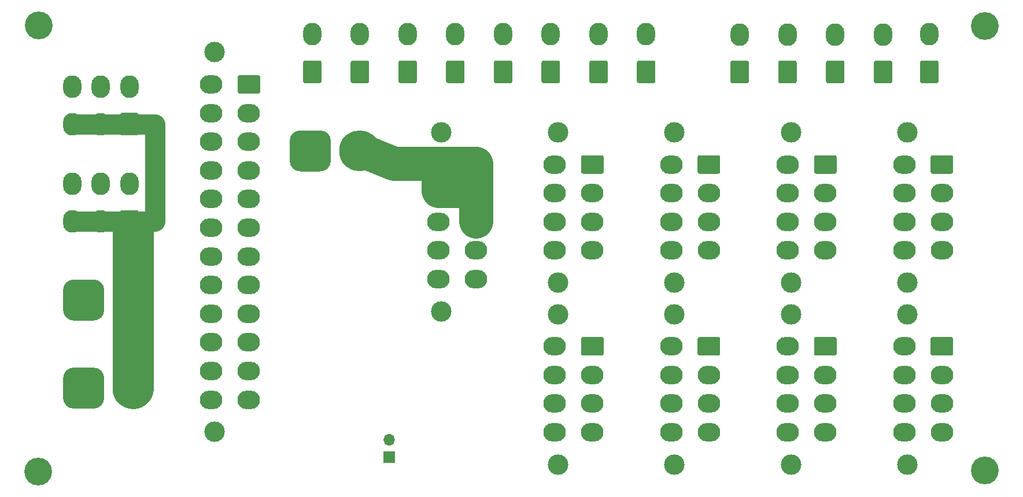
<source format=gbr>
%TF.GenerationSoftware,KiCad,Pcbnew,(5.1.12-1-10_14)*%
%TF.CreationDate,2021-11-27T15:53:19+11:00*%
%TF.ProjectId,ATX_PSU_Board,4154585f-5053-4555-9f42-6f6172642e6b,rev?*%
%TF.SameCoordinates,Original*%
%TF.FileFunction,Soldermask,Bot*%
%TF.FilePolarity,Negative*%
%FSLAX46Y46*%
G04 Gerber Fmt 4.6, Leading zero omitted, Abs format (unit mm)*
G04 Created by KiCad (PCBNEW (5.1.12-1-10_14)) date 2021-11-27 15:53:19*
%MOMM*%
%LPD*%
G01*
G04 APERTURE LIST*
%ADD10C,6.000000*%
%ADD11C,3.000000*%
%ADD12C,5.000000*%
%ADD13O,2.700000X3.300000*%
%ADD14C,6.000000*%
%ADD15C,3.000000*%
%ADD16O,3.300000X2.700000*%
%ADD17O,1.700000X1.700000*%
%ADD18R,1.700000X1.700000*%
%ADD19C,4.064000*%
G04 APERTURE END LIST*
D10*
X52250000Y-96500000D02*
X52250000Y-109500000D01*
X52250000Y-96500000D02*
X52250000Y-86500000D01*
D11*
X55500000Y-70750000D02*
X55500000Y-85000000D01*
X43500000Y-70750000D02*
X55500000Y-70750000D01*
X43500000Y-85000000D02*
X55500000Y-85000000D01*
D12*
X102500000Y-80500000D02*
X102500000Y-85000000D01*
X97000000Y-80500000D02*
X97000000Y-76500000D01*
X102500000Y-80500000D02*
X97000000Y-80500000D01*
X102500000Y-76500000D02*
X102500000Y-80500000D01*
X97000000Y-76500000D02*
X102500000Y-76500000D01*
X90500000Y-76500000D02*
X97000000Y-76500000D01*
X85500000Y-74500000D02*
X90500000Y-76500000D01*
D13*
%TO.C,J25*%
X43350000Y-79500000D03*
X47550000Y-79500000D03*
X51750000Y-79500000D03*
X43350000Y-85000000D03*
X47550000Y-85000000D03*
G36*
G01*
X53100000Y-83600001D02*
X53100000Y-86399999D01*
G75*
G02*
X52849999Y-86650000I-250001J0D01*
G01*
X50650001Y-86650000D01*
G75*
G02*
X50400000Y-86399999I0J250001D01*
G01*
X50400000Y-83600001D01*
G75*
G02*
X50650001Y-83350000I250001J0D01*
G01*
X52849999Y-83350000D01*
G75*
G02*
X53100000Y-83600001I0J-250001D01*
G01*
G37*
%TD*%
%TO.C,J26*%
X43350000Y-65250000D03*
X47550000Y-65250000D03*
X51750000Y-65250000D03*
X43350000Y-70750000D03*
X47550000Y-70750000D03*
G36*
G01*
X53100000Y-69350001D02*
X53100000Y-72149999D01*
G75*
G02*
X52849999Y-72400000I-250001J0D01*
G01*
X50650001Y-72400000D01*
G75*
G02*
X50400000Y-72149999I0J250001D01*
G01*
X50400000Y-69350001D01*
G75*
G02*
X50650001Y-69100000I250001J0D01*
G01*
X52849999Y-69100000D01*
G75*
G02*
X53100000Y-69350001I0J-250001D01*
G01*
G37*
%TD*%
%TO.C,J30*%
G36*
G01*
X42055200Y-110926800D02*
X42055200Y-107926800D01*
G75*
G02*
X43555200Y-106426800I1500000J0D01*
G01*
X46555200Y-106426800D01*
G75*
G02*
X48055200Y-107926800I0J-1500000D01*
G01*
X48055200Y-110926800D01*
G75*
G02*
X46555200Y-112426800I-1500000J0D01*
G01*
X43555200Y-112426800D01*
G75*
G02*
X42055200Y-110926800I0J1500000D01*
G01*
G37*
D14*
X52255200Y-109426800D03*
%TD*%
%TO.C,J29*%
G36*
G01*
X42055200Y-98026400D02*
X42055200Y-95026400D01*
G75*
G02*
X43555200Y-93526400I1500000J0D01*
G01*
X46555200Y-93526400D01*
G75*
G02*
X48055200Y-95026400I0J-1500000D01*
G01*
X48055200Y-98026400D01*
G75*
G02*
X46555200Y-99526400I-1500000J0D01*
G01*
X43555200Y-99526400D01*
G75*
G02*
X42055200Y-98026400I0J1500000D01*
G01*
G37*
X52255200Y-96526400D03*
%TD*%
D13*
%TO.C,J20*%
X168867600Y-57593600D03*
G36*
G01*
X170217600Y-61693601D02*
X170217600Y-64493599D01*
G75*
G02*
X169967599Y-64743600I-250001J0D01*
G01*
X167767601Y-64743600D01*
G75*
G02*
X167517600Y-64493599I0J250001D01*
G01*
X167517600Y-61693601D01*
G75*
G02*
X167767601Y-61443600I250001J0D01*
G01*
X169967599Y-61443600D01*
G75*
G02*
X170217600Y-61693601I0J-250001D01*
G01*
G37*
%TD*%
D15*
%TO.C,J11*%
X165656400Y-120601800D03*
X165656400Y-98601800D03*
D16*
X165196400Y-115901800D03*
X165196400Y-111701800D03*
X165196400Y-107501800D03*
X165196400Y-103301800D03*
X170696400Y-115901800D03*
X170696400Y-111701800D03*
X170696400Y-107501800D03*
G36*
G01*
X169296401Y-101951800D02*
X172096399Y-101951800D01*
G75*
G02*
X172346400Y-102201801I0J-250001D01*
G01*
X172346400Y-104401799D01*
G75*
G02*
X172096399Y-104651800I-250001J0D01*
G01*
X169296401Y-104651800D01*
G75*
G02*
X169046400Y-104401799I0J250001D01*
G01*
X169046400Y-102201801D01*
G75*
G02*
X169296401Y-101951800I250001J0D01*
G01*
G37*
%TD*%
D13*
%TO.C,J24*%
X141083632Y-57607200D03*
G36*
G01*
X142433632Y-61707201D02*
X142433632Y-64507199D01*
G75*
G02*
X142183631Y-64757200I-250001J0D01*
G01*
X139983633Y-64757200D01*
G75*
G02*
X139733632Y-64507199I0J250001D01*
G01*
X139733632Y-61707201D01*
G75*
G02*
X139983633Y-61457200I250001J0D01*
G01*
X142183631Y-61457200D01*
G75*
G02*
X142433632Y-61707201I0J-250001D01*
G01*
G37*
%TD*%
%TO.C,J23*%
X148086774Y-57607200D03*
G36*
G01*
X149436774Y-61707201D02*
X149436774Y-64507199D01*
G75*
G02*
X149186773Y-64757200I-250001J0D01*
G01*
X146986775Y-64757200D01*
G75*
G02*
X146736774Y-64507199I0J250001D01*
G01*
X146736774Y-61707201D01*
G75*
G02*
X146986775Y-61457200I250001J0D01*
G01*
X149186773Y-61457200D01*
G75*
G02*
X149436774Y-61707201I0J-250001D01*
G01*
G37*
%TD*%
%TO.C,J22*%
X155089916Y-57607200D03*
G36*
G01*
X156439916Y-61707201D02*
X156439916Y-64507199D01*
G75*
G02*
X156189915Y-64757200I-250001J0D01*
G01*
X153989917Y-64757200D01*
G75*
G02*
X153739916Y-64507199I0J250001D01*
G01*
X153739916Y-61707201D01*
G75*
G02*
X153989917Y-61457200I250001J0D01*
G01*
X156189915Y-61457200D01*
G75*
G02*
X156439916Y-61707201I0J-250001D01*
G01*
G37*
%TD*%
%TO.C,J21*%
X162093058Y-57607200D03*
G36*
G01*
X163443058Y-61707201D02*
X163443058Y-64507199D01*
G75*
G02*
X163193057Y-64757200I-250001J0D01*
G01*
X160993059Y-64757200D01*
G75*
G02*
X160743058Y-64507199I0J250001D01*
G01*
X160743058Y-61707201D01*
G75*
G02*
X160993059Y-61457200I250001J0D01*
G01*
X163193057Y-61457200D01*
G75*
G02*
X163443058Y-61707201I0J-250001D01*
G01*
G37*
%TD*%
%TO.C,J19*%
X127414800Y-57593600D03*
G36*
G01*
X128764800Y-61693601D02*
X128764800Y-64493599D01*
G75*
G02*
X128514799Y-64743600I-250001J0D01*
G01*
X126314801Y-64743600D01*
G75*
G02*
X126064800Y-64493599I0J250001D01*
G01*
X126064800Y-61693601D01*
G75*
G02*
X126314801Y-61443600I250001J0D01*
G01*
X128514799Y-61443600D01*
G75*
G02*
X128764800Y-61693601I0J-250001D01*
G01*
G37*
%TD*%
%TO.C,J18*%
X120429800Y-57593600D03*
G36*
G01*
X121779800Y-61693601D02*
X121779800Y-64493599D01*
G75*
G02*
X121529799Y-64743600I-250001J0D01*
G01*
X119329801Y-64743600D01*
G75*
G02*
X119079800Y-64493599I0J250001D01*
G01*
X119079800Y-61693601D01*
G75*
G02*
X119329801Y-61443600I250001J0D01*
G01*
X121529799Y-61443600D01*
G75*
G02*
X121779800Y-61693601I0J-250001D01*
G01*
G37*
%TD*%
%TO.C,J17*%
X113444800Y-57593600D03*
G36*
G01*
X114794800Y-61693601D02*
X114794800Y-64493599D01*
G75*
G02*
X114544799Y-64743600I-250001J0D01*
G01*
X112344801Y-64743600D01*
G75*
G02*
X112094800Y-64493599I0J250001D01*
G01*
X112094800Y-61693601D01*
G75*
G02*
X112344801Y-61443600I250001J0D01*
G01*
X114544799Y-61443600D01*
G75*
G02*
X114794800Y-61693601I0J-250001D01*
G01*
G37*
%TD*%
%TO.C,J16*%
X106459800Y-57593600D03*
G36*
G01*
X107809800Y-61693601D02*
X107809800Y-64493599D01*
G75*
G02*
X107559799Y-64743600I-250001J0D01*
G01*
X105359801Y-64743600D01*
G75*
G02*
X105109800Y-64493599I0J250001D01*
G01*
X105109800Y-61693601D01*
G75*
G02*
X105359801Y-61443600I250001J0D01*
G01*
X107559799Y-61443600D01*
G75*
G02*
X107809800Y-61693601I0J-250001D01*
G01*
G37*
%TD*%
%TO.C,J15*%
X99474800Y-57593600D03*
G36*
G01*
X100824800Y-61693601D02*
X100824800Y-64493599D01*
G75*
G02*
X100574799Y-64743600I-250001J0D01*
G01*
X98374801Y-64743600D01*
G75*
G02*
X98124800Y-64493599I0J250001D01*
G01*
X98124800Y-61693601D01*
G75*
G02*
X98374801Y-61443600I250001J0D01*
G01*
X100574799Y-61443600D01*
G75*
G02*
X100824800Y-61693601I0J-250001D01*
G01*
G37*
%TD*%
%TO.C,J14*%
X92489800Y-57593600D03*
G36*
G01*
X93839800Y-61693601D02*
X93839800Y-64493599D01*
G75*
G02*
X93589799Y-64743600I-250001J0D01*
G01*
X91389801Y-64743600D01*
G75*
G02*
X91139800Y-64493599I0J250001D01*
G01*
X91139800Y-61693601D01*
G75*
G02*
X91389801Y-61443600I250001J0D01*
G01*
X93589799Y-61443600D01*
G75*
G02*
X93839800Y-61693601I0J-250001D01*
G01*
G37*
%TD*%
%TO.C,J13*%
X85504800Y-57593600D03*
G36*
G01*
X86854800Y-61693601D02*
X86854800Y-64493599D01*
G75*
G02*
X86604799Y-64743600I-250001J0D01*
G01*
X84404801Y-64743600D01*
G75*
G02*
X84154800Y-64493599I0J250001D01*
G01*
X84154800Y-61693601D01*
G75*
G02*
X84404801Y-61443600I250001J0D01*
G01*
X86604799Y-61443600D01*
G75*
G02*
X86854800Y-61693601I0J-250001D01*
G01*
G37*
%TD*%
%TO.C,J12*%
X78519800Y-57593600D03*
G36*
G01*
X79869800Y-61693601D02*
X79869800Y-64493599D01*
G75*
G02*
X79619799Y-64743600I-250001J0D01*
G01*
X77419801Y-64743600D01*
G75*
G02*
X77169800Y-64493599I0J250001D01*
G01*
X77169800Y-61693601D01*
G75*
G02*
X77419801Y-61443600I250001J0D01*
G01*
X79619799Y-61443600D01*
G75*
G02*
X79869800Y-61693601I0J-250001D01*
G01*
G37*
%TD*%
%TO.C,J28*%
G36*
G01*
X75228400Y-76176800D02*
X75228400Y-73176800D01*
G75*
G02*
X76728400Y-71676800I1500000J0D01*
G01*
X79728400Y-71676800D01*
G75*
G02*
X81228400Y-73176800I0J-1500000D01*
G01*
X81228400Y-76176800D01*
G75*
G02*
X79728400Y-77676800I-1500000J0D01*
G01*
X76728400Y-77676800D01*
G75*
G02*
X75228400Y-76176800I0J1500000D01*
G01*
G37*
D14*
X85428400Y-74676800D03*
%TD*%
D17*
%TO.C,J1*%
X89772000Y-116967000D03*
D18*
X89772000Y-119507000D03*
%TD*%
D15*
%TO.C,J5*%
X131551000Y-93964600D03*
X131551000Y-71964600D03*
D16*
X131091000Y-89264600D03*
X131091000Y-85064600D03*
X131091000Y-80864600D03*
X131091000Y-76664600D03*
X136591000Y-89264600D03*
X136591000Y-85064600D03*
X136591000Y-80864600D03*
G36*
G01*
X135191001Y-75314600D02*
X137990999Y-75314600D01*
G75*
G02*
X138241000Y-75564601I0J-250001D01*
G01*
X138241000Y-77764599D01*
G75*
G02*
X137990999Y-78014600I-250001J0D01*
G01*
X135191001Y-78014600D01*
G75*
G02*
X134941000Y-77764599I0J250001D01*
G01*
X134941000Y-75564601D01*
G75*
G02*
X135191001Y-75314600I250001J0D01*
G01*
G37*
%TD*%
D15*
%TO.C,J7*%
X165656400Y-93964600D03*
X165656400Y-71964600D03*
D16*
X165196400Y-89264600D03*
X165196400Y-85064600D03*
X165196400Y-80864600D03*
X165196400Y-76664600D03*
X170696400Y-89264600D03*
X170696400Y-85064600D03*
X170696400Y-80864600D03*
G36*
G01*
X169296401Y-75314600D02*
X172096399Y-75314600D01*
G75*
G02*
X172346400Y-75564601I0J-250001D01*
G01*
X172346400Y-77764599D01*
G75*
G02*
X172096399Y-78014600I-250001J0D01*
G01*
X169296401Y-78014600D01*
G75*
G02*
X169046400Y-77764599I0J250001D01*
G01*
X169046400Y-75564601D01*
G75*
G02*
X169296401Y-75314600I250001J0D01*
G01*
G37*
%TD*%
D19*
%TO.C,H4*%
X177000000Y-56337200D03*
%TD*%
%TO.C,H3*%
X38404800Y-121615200D03*
%TD*%
%TO.C,H2*%
X177000000Y-121500000D03*
%TD*%
%TO.C,H1*%
X38506400Y-56286400D03*
%TD*%
D15*
%TO.C,J10*%
X148603700Y-120601800D03*
X148603700Y-98601800D03*
D16*
X148143700Y-115901800D03*
X148143700Y-111701800D03*
X148143700Y-107501800D03*
X148143700Y-103301800D03*
X153643700Y-115901800D03*
X153643700Y-111701800D03*
X153643700Y-107501800D03*
G36*
G01*
X152243701Y-101951800D02*
X155043699Y-101951800D01*
G75*
G02*
X155293700Y-102201801I0J-250001D01*
G01*
X155293700Y-104401799D01*
G75*
G02*
X155043699Y-104651800I-250001J0D01*
G01*
X152243701Y-104651800D01*
G75*
G02*
X151993700Y-104401799I0J250001D01*
G01*
X151993700Y-102201801D01*
G75*
G02*
X152243701Y-101951800I250001J0D01*
G01*
G37*
%TD*%
D15*
%TO.C,J9*%
X131551000Y-120601800D03*
X131551000Y-98601800D03*
D16*
X131091000Y-115901800D03*
X131091000Y-111701800D03*
X131091000Y-107501800D03*
X131091000Y-103301800D03*
X136591000Y-115901800D03*
X136591000Y-111701800D03*
X136591000Y-107501800D03*
G36*
G01*
X135191001Y-101951800D02*
X137990999Y-101951800D01*
G75*
G02*
X138241000Y-102201801I0J-250001D01*
G01*
X138241000Y-104401799D01*
G75*
G02*
X137990999Y-104651800I-250001J0D01*
G01*
X135191001Y-104651800D01*
G75*
G02*
X134941000Y-104401799I0J250001D01*
G01*
X134941000Y-102201801D01*
G75*
G02*
X135191001Y-101951800I250001J0D01*
G01*
G37*
%TD*%
D15*
%TO.C,J8*%
X114498300Y-120601800D03*
X114498300Y-98601800D03*
D16*
X114038300Y-115901800D03*
X114038300Y-111701800D03*
X114038300Y-107501800D03*
X114038300Y-103301800D03*
X119538300Y-115901800D03*
X119538300Y-111701800D03*
X119538300Y-107501800D03*
G36*
G01*
X118138301Y-101951800D02*
X120938299Y-101951800D01*
G75*
G02*
X121188300Y-102201801I0J-250001D01*
G01*
X121188300Y-104401799D01*
G75*
G02*
X120938299Y-104651800I-250001J0D01*
G01*
X118138301Y-104651800D01*
G75*
G02*
X117888300Y-104401799I0J250001D01*
G01*
X117888300Y-102201801D01*
G75*
G02*
X118138301Y-101951800I250001J0D01*
G01*
G37*
%TD*%
D15*
%TO.C,J6*%
X148603700Y-93964600D03*
X148603700Y-71964600D03*
D16*
X148143700Y-89264600D03*
X148143700Y-85064600D03*
X148143700Y-80864600D03*
X148143700Y-76664600D03*
X153643700Y-89264600D03*
X153643700Y-85064600D03*
X153643700Y-80864600D03*
G36*
G01*
X152243701Y-75314600D02*
X155043699Y-75314600D01*
G75*
G02*
X155293700Y-75564601I0J-250001D01*
G01*
X155293700Y-77764599D01*
G75*
G02*
X155043699Y-78014600I-250001J0D01*
G01*
X152243701Y-78014600D01*
G75*
G02*
X151993700Y-77764599I0J250001D01*
G01*
X151993700Y-75564601D01*
G75*
G02*
X152243701Y-75314600I250001J0D01*
G01*
G37*
%TD*%
D15*
%TO.C,J4*%
X114498300Y-93964600D03*
X114498300Y-71964600D03*
D16*
X114038300Y-89264600D03*
X114038300Y-85064600D03*
X114038300Y-80864600D03*
X114038300Y-76664600D03*
X119538300Y-89264600D03*
X119538300Y-85064600D03*
X119538300Y-80864600D03*
G36*
G01*
X118138301Y-75314600D02*
X120938299Y-75314600D01*
G75*
G02*
X121188300Y-75564601I0J-250001D01*
G01*
X121188300Y-77764599D01*
G75*
G02*
X120938299Y-78014600I-250001J0D01*
G01*
X118138301Y-78014600D01*
G75*
G02*
X117888300Y-77764599I0J250001D01*
G01*
X117888300Y-75564601D01*
G75*
G02*
X118138301Y-75314600I250001J0D01*
G01*
G37*
%TD*%
D15*
%TO.C,J3*%
X97445600Y-98164600D03*
X97445600Y-71964600D03*
D16*
X96985600Y-93464600D03*
X96985600Y-89264600D03*
X96985600Y-85064600D03*
X96985600Y-80864600D03*
X96985600Y-76664600D03*
X102485600Y-93464600D03*
X102485600Y-89264600D03*
X102485600Y-85064600D03*
X102485600Y-80864600D03*
G36*
G01*
X101085601Y-75314600D02*
X103885599Y-75314600D01*
G75*
G02*
X104135600Y-75564601I0J-250001D01*
G01*
X104135600Y-77764599D01*
G75*
G02*
X103885599Y-78014600I-250001J0D01*
G01*
X101085601Y-78014600D01*
G75*
G02*
X100835600Y-77764599I0J250001D01*
G01*
X100835600Y-75564601D01*
G75*
G02*
X101085601Y-75314600I250001J0D01*
G01*
G37*
%TD*%
D15*
%TO.C,J2*%
X64208800Y-115822400D03*
X64208800Y-60222400D03*
D16*
X63748800Y-111122400D03*
X63748800Y-106922400D03*
X63748800Y-102722400D03*
X63748800Y-98522400D03*
X63748800Y-94322400D03*
X63748800Y-90122400D03*
X63748800Y-85922400D03*
X63748800Y-81722400D03*
X63748800Y-77522400D03*
X63748800Y-73322400D03*
X63748800Y-69122400D03*
X63748800Y-64922400D03*
X69248800Y-111122400D03*
X69248800Y-106922400D03*
X69248800Y-102722400D03*
X69248800Y-98522400D03*
X69248800Y-94322400D03*
X69248800Y-90122400D03*
X69248800Y-85922400D03*
X69248800Y-81722400D03*
X69248800Y-77522400D03*
X69248800Y-73322400D03*
X69248800Y-69122400D03*
G36*
G01*
X67848801Y-63572400D02*
X70648799Y-63572400D01*
G75*
G02*
X70898800Y-63822401I0J-250001D01*
G01*
X70898800Y-66022399D01*
G75*
G02*
X70648799Y-66272400I-250001J0D01*
G01*
X67848801Y-66272400D01*
G75*
G02*
X67598800Y-66022399I0J250001D01*
G01*
X67598800Y-63822401D01*
G75*
G02*
X67848801Y-63572400I250001J0D01*
G01*
G37*
%TD*%
M02*

</source>
